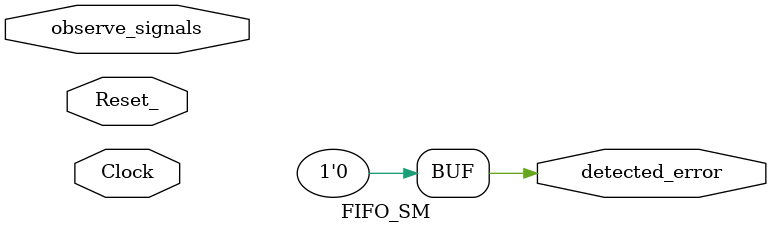
<source format=v>
module FIFO_SM #( parameter OBSERVE_WIDTH = 8 )
  (
    input                   Reset_,
    input                   Clock,
    input [OBSERVE_WIDTH-1:0] observe_signals,
    output detected_error
);

  assign detected_error = 1'b0;

endmodule


</source>
